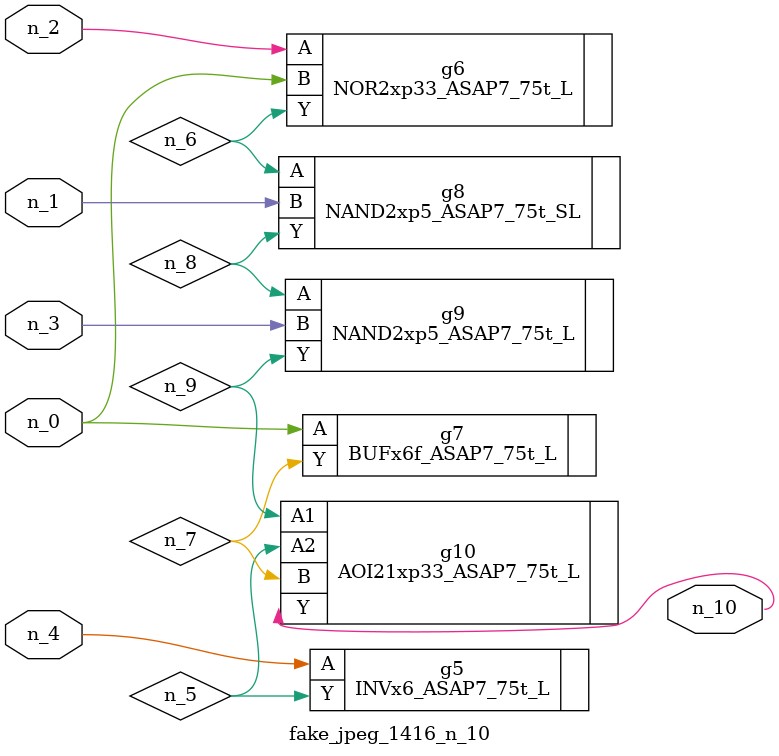
<source format=v>
module fake_jpeg_1416_n_10 (n_3, n_2, n_1, n_0, n_4, n_10);

input n_3;
input n_2;
input n_1;
input n_0;
input n_4;

output n_10;

wire n_8;
wire n_9;
wire n_6;
wire n_5;
wire n_7;

INVx6_ASAP7_75t_L g5 ( 
.A(n_4),
.Y(n_5)
);

NOR2xp33_ASAP7_75t_L g6 ( 
.A(n_2),
.B(n_0),
.Y(n_6)
);

BUFx6f_ASAP7_75t_L g7 ( 
.A(n_0),
.Y(n_7)
);

NAND2xp5_ASAP7_75t_SL g8 ( 
.A(n_6),
.B(n_1),
.Y(n_8)
);

NAND2xp5_ASAP7_75t_L g9 ( 
.A(n_8),
.B(n_3),
.Y(n_9)
);

AOI21xp33_ASAP7_75t_L g10 ( 
.A1(n_9),
.A2(n_5),
.B(n_7),
.Y(n_10)
);


endmodule
</source>
